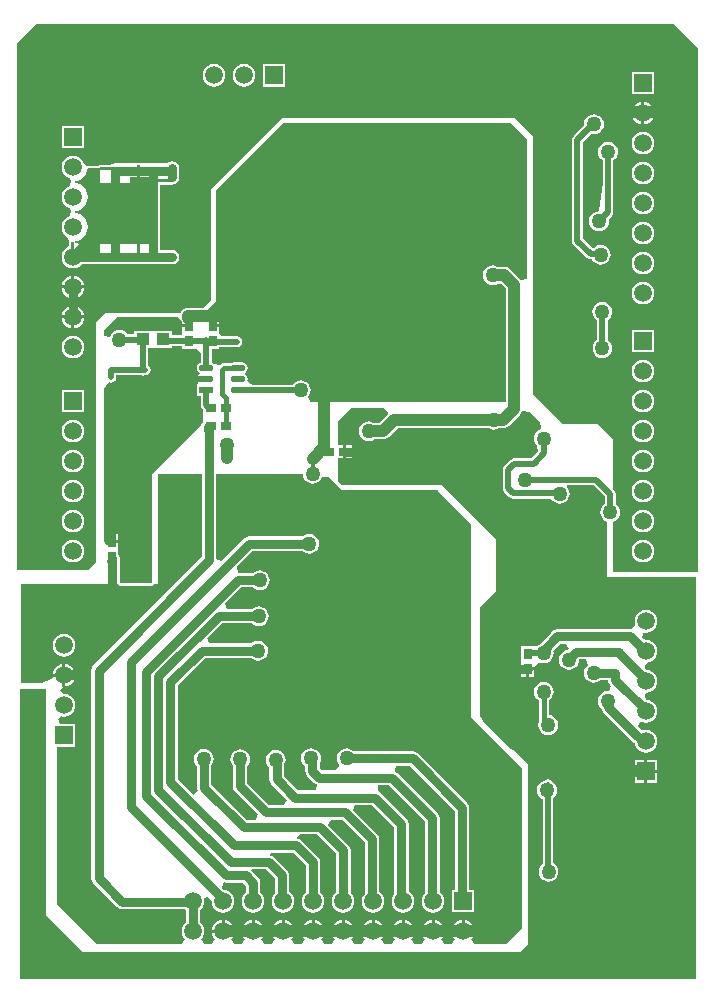
<source format=gbl>
%FSTAX43Y43*%
%MOMM*%
%SFA1B1*%

%IPPOS*%
%ADD13R,0.699999X0.899998*%
%ADD15R,1.099998X0.999998*%
%ADD18R,0.899998X0.699999*%
%ADD28C,0.499999*%
%ADD29C,0.299999*%
%ADD30C,0.799998*%
%ADD32C,0.999998*%
%ADD33C,0.399999*%
%ADD36R,1.499997X1.499997*%
%ADD37C,1.499997*%
%ADD38C,1.269997*%
%ADD39R,1.199998X0.549999*%
%ADD40O,1.199998X0.549999*%
%LNpcb1-1*%
%LPD*%
G36*
X0138032Y0139912D02*
X0139132D01*
X0139252*
X0139605Y0139558*
Y0138765*
X0139554Y0138754*
X0139397Y0138649*
X0139292Y0138492*
X0139255Y0138307*
X0139292Y0138122*
X0139397Y0137965*
X0139554Y013786*
X0139397Y0137699*
X0139292Y0137542*
X013928Y0137484*
X0140064*
Y013723*
X013928*
X0139292Y0137172*
X0139397Y0137015*
X0139264Y0136882*
Y0135932*
X0139605*
Y0135169*
X013964Y0134993*
X013974Y0134845*
X013978Y0134804*
Y0134333*
Y0133909*
Y0133716*
X0139766Y0133707*
X0139634Y0133508*
X0139615Y0133415*
X0135499Y0129299*
Y0120074*
X0132736*
Y0122235*
X0132689Y0122469*
X0132629Y0122559*
Y0122581*
Y0122709*
Y0122935*
Y0123185*
Y0123289*
Y0123458*
X0132079*
Y0123585*
X0131952*
Y0124235*
X0131778*
X0131529*
X0131424Y012434*
Y01365*
X013179Y0137048*
X013181Y0137065*
X0131978Y0137031*
X0132154Y0137066*
X0132302Y0137166*
X0132402Y0137314*
X0132437Y013749*
Y013766*
X0134563*
X0134689Y0137635*
X0134815Y013766*
X0134914*
X013509Y0137695*
X0135238Y0137795*
X0135338Y0137943*
X0135373Y0138119*
X0135338Y0138295*
X0135238Y0138443*
X0135148Y0138504*
Y0140004*
X0135434*
X0135634*
X0135788*
X0137134*
Y0140135*
X0138032*
Y0139912*
G37*
G36*
Y0142245D02*
Y0141989D01*
X0138582*
Y0141735*
X0138032*
Y0141566*
Y0141212*
Y0141053*
X0137134*
Y0141404*
X0135788*
X0135634*
X0135534*
X0135434*
X013528*
X0133934*
Y0141158*
X0133405*
X013332Y014127*
X0133145Y0141403*
X0132942Y0141488*
X0132724Y0141516*
X0132506Y0141488*
X0132303Y0141403*
X0132128Y014127*
X0131995Y0141095*
X0131914Y0140901*
X0131424Y0140999*
Y0141524*
X0132499Y0142599*
X0137678*
X0138032Y0142245*
G37*
G36*
X0167199Y0157699D02*
Y0145865D01*
X0166726Y0145704*
X0166638Y0145818*
X0165813Y0146643*
X0165667Y0146755*
X0165497Y0146826*
X0165314Y014685*
X0164766*
X0164735Y0146873*
X0164532Y0146958*
X0164314Y0146986*
X0164096Y0146958*
X0163893Y0146873*
X0163718Y014674*
X0163585Y0146565*
X01635Y0146362*
X0163472Y0146144*
X01635Y0145926*
X0163585Y0145723*
X0163718Y0145548*
X0163893Y0145415*
X0164096Y014533*
X0164314Y0145302*
X0164532Y014533*
X0164735Y0145415*
X0164766Y0145438*
X0165022*
X0165433Y0145027*
Y0135424*
X0148969*
X0148887Y0135531*
X0148718Y0135872*
X0148805Y0135986*
X014889Y0136189*
X0148918Y0136407*
X014889Y0136625*
X0148805Y0136828*
X0148672Y0137003*
X0148497Y0137136*
X0148294Y0137221*
X0148076Y0137249*
X0147858Y0137221*
X0147655Y0137136*
X014748Y0137003*
X0147376Y0136866*
X0143994*
X0143719Y013705*
X0143552Y0137252*
X0143573Y0137357*
X0143536Y0137542*
X0143431Y0137699*
X0143274Y0137804*
X0143358Y013789*
X0143431Y0137965*
X0143536Y0138122*
X0143573Y0138307*
X0143536Y0138492*
X0143431Y0138649*
X0143274Y0138754*
X0143089Y0138791*
X0142439*
X0142254Y0138754*
X0142212Y0138727*
X0141614*
X0141458Y0138696*
X0141326Y0138607*
X0141265Y0138547*
X0140767Y0138596*
X0140731Y0138649*
X0140574Y0138754*
X0140523Y0138765*
Y0139912*
X0141164*
Y014006*
X0142664*
X014284Y0140095*
X0142988Y0140195*
X0143088Y0140343*
X0143123Y0140519*
X0143088Y0140695*
X0142988Y0140843*
X014284Y0140943*
X0142664Y0140978*
X0141398*
X0141164Y0141212*
Y0141454*
Y0141566*
Y0141735*
X0140614*
Y0141862*
X0140487*
Y0142512*
X014009*
X0139899Y0142974*
X0140874Y0143949*
Y0153299*
X0146574Y0158999*
X0165899*
X0167199Y0157699*
G37*
G36*
X0148275Y0129121D02*
X014836Y0128918D01*
X0148493Y0128743*
X0148668Y012861*
X0148871Y0128525*
X0149089Y0128497*
X0149307Y0128525*
X014951Y012861*
X0149685Y0128743*
X0149818Y0128918*
X0149869Y0129041*
X0150125Y0129092*
X0150449Y0129049*
X0151574Y0127924*
X0159699*
Y0127899*
X0162524Y0125074*
Y0108674*
X0166774Y0104424*
Y0090874*
X0165424Y0089524*
X0162799*
X0162648Y0089721*
X0162524Y0089972*
X0162642Y0090126*
X0162738Y0090357*
X0162753Y0090478*
X0160871*
X0160886Y0090357*
X0160982Y0090126*
X01611Y0089972*
X0160976Y0089721*
X0160825Y0089524*
X0160259*
X0160108Y0089721*
X0159984Y0089972*
X0160102Y0090126*
X0160198Y0090357*
X0160213Y0090478*
X0158331*
X0158346Y0090357*
X0158442Y0090126*
X015856Y0089972*
X0158436Y0089721*
X0158285Y0089524*
X0157719*
X0157568Y0089721*
X0157444Y0089972*
X0157562Y0090126*
X0157658Y0090357*
X0157673Y0090478*
X0155791*
X0155806Y0090357*
X0155902Y0090126*
X015602Y0089972*
X0155896Y0089721*
X0155745Y0089524*
X0155179*
X0155028Y0089721*
X0154904Y0089972*
X0155022Y0090126*
X0155118Y0090357*
X0155133Y0090478*
X0153251*
X0153266Y0090357*
X0153362Y0090126*
X015348Y0089972*
X0153356Y0089721*
X0153205Y0089524*
X0152639*
X0152488Y0089721*
X0152364Y0089972*
X0152482Y0090126*
X0152578Y0090357*
X0152593Y0090478*
X0150711*
X0150726Y0090357*
X0150822Y0090126*
X015094Y0089972*
X0150816Y0089721*
X0150665Y0089524*
X0150099*
X0149948Y0089721*
X0149824Y0089972*
X0149942Y0090126*
X0150038Y0090357*
X0150053Y0090478*
X0148171*
X0148186Y0090357*
X0148282Y0090126*
X01484Y0089972*
X0148276Y0089721*
X0148125Y0089524*
X0147559*
X0147408Y0089721*
X0147284Y0089972*
X0147402Y0090126*
X0147498Y0090357*
X0147513Y0090478*
X0145631*
X0145646Y0090357*
X0145742Y0090126*
X014586Y0089972*
X0145736Y0089721*
X0145585Y0089524*
X0145019*
X0144868Y0089721*
X0144744Y0089972*
X0144862Y0090126*
X0144958Y0090357*
X0144973Y0090478*
X0143091*
X0143106Y0090357*
X0143202Y0090126*
X014332Y0089972*
X0143196Y0089721*
X0143045Y0089524*
X0142479*
X0142328Y0089721*
X0142204Y0089972*
X0142322Y0090126*
X0142418Y0090357*
X0142433Y0090478*
X0140551*
X0140566Y0090357*
X0140662Y0090126*
X014078Y0089972*
X0140656Y0089721*
X0140505Y0089524*
X0139939*
X0139788Y0089721*
X0139664Y0089972*
X0139782Y0090126*
X0139878Y0090357*
X013991Y0090605*
X0139878Y0090853*
X0139782Y0091084*
X013963Y0091283*
X0139561Y0091335*
Y0092415*
X013963Y0092467*
X0139782Y0092666*
X0139878Y0092897*
X013991Y0093145*
X0139879Y0093385*
X0139991Y009344*
X0140144Y0093503*
X0140541Y0093199*
X0140534Y0093145*
X0140566Y0092897*
X0140662Y0092666*
X0140814Y0092467*
X0141013Y0092315*
X0141244Y0092219*
X0141492Y0092187*
X014174Y0092219*
X0141971Y0092315*
X014217Y0092467*
X0142322Y0092666*
X0142418Y0092897*
X014245Y0093145*
X0142418Y0093393*
X0142322Y0093624*
X014217Y0093823*
X0141971Y0093975*
X014174Y0094071*
X014157Y0094093*
X0141368Y0094295*
X0141604Y0094736*
X0141724Y0094712*
X0143196*
X0143437Y0094471*
Y0093886*
X0143354Y0093823*
X0143202Y0093624*
X0143106Y0093393*
X0143074Y0093145*
X0143106Y0092897*
X0143202Y0092666*
X0143354Y0092467*
X0143553Y0092315*
X0143784Y0092219*
X0144032Y0092187*
X014428Y0092219*
X0144511Y0092315*
X014471Y0092467*
X0144862Y0092666*
X0144958Y0092897*
X014499Y0093145*
X0144958Y0093393*
X0144862Y0093624*
X014471Y0093823*
X0144661Y009386*
Y0094724*
X0144614Y0094958*
X0144482Y0095157*
X0143882Y0095757*
X0143906Y0095837*
X0145121*
X0145887Y0095071*
Y0093813*
X0145742Y0093624*
X0145646Y0093393*
X0145614Y0093145*
X0145646Y0092897*
X0145742Y0092666*
X0145894Y0092467*
X0146093Y0092315*
X0146324Y0092219*
X0146572Y0092187*
X014682Y0092219*
X0147051Y0092315*
X014725Y0092467*
X0147402Y0092666*
X0147498Y0092897*
X014753Y0093145*
X0147498Y0093393*
X0147402Y0093624*
X014725Y0093823*
X0147111Y0093929*
Y0095324*
X0147064Y0095558*
X0147011Y0095638*
X0146932Y0095757*
X0145807Y0096882*
X0145608Y0097014*
X0145374Y0097061*
X0145576Y0097262*
X0147446*
X0148487Y0096221*
Y0093863*
X0148434Y0093823*
X0148282Y0093624*
X0148186Y0093393*
X0148154Y0093145*
X0148186Y0092897*
X0148282Y0092666*
X0148434Y0092467*
X0148633Y0092315*
X0148864Y0092219*
X0149112Y0092187*
X014936Y0092219*
X0149591Y0092315*
X014979Y0092467*
X0149942Y0092666*
X0150038Y0092897*
X015007Y0093145*
X0150038Y0093393*
X0149942Y0093624*
X014979Y0093823*
X0149711Y0093883*
Y0096474*
X0149664Y0096708*
X0149611Y0096788*
X0149532Y0096907*
X0148132Y0098307*
X0147933Y0098439*
X0147699Y0098486*
X0148025Y0098812*
X0149471*
X0151062Y0097221*
Y009389*
X0150974Y0093823*
X0150822Y0093624*
X0150726Y0093393*
X0150694Y0093145*
X0150726Y0092897*
X0150822Y0092666*
X0150974Y0092467*
X0151173Y0092315*
X0151404Y0092219*
X0151652Y0092187*
X01519Y0092219*
X0152131Y0092315*
X015233Y0092467*
X0152482Y0092666*
X0152578Y0092897*
X015261Y0093145*
X0152578Y0093393*
X0152482Y0093624*
X015233Y0093823*
X0152286Y0093856*
Y0097474*
X0152239Y0097708*
X0152107Y0097907*
X0150413Y00996*
X0150604Y0100062*
X0151546*
X0153487Y0098121*
Y0093787*
X0153362Y0093624*
X0153266Y0093393*
X0153234Y0093145*
X0153266Y0092897*
X0153362Y0092666*
X0153514Y0092467*
X0153713Y0092315*
X0153944Y0092219*
X0154192Y0092187*
X015444Y0092219*
X0154671Y0092315*
X015487Y0092467*
X0155022Y0092666*
X0155118Y0092897*
X015515Y0093145*
X0155118Y0093393*
X0155022Y0093624*
X015487Y0093823*
X0154711Y0093944*
Y0098374*
X0154664Y0098608*
X0154532Y0098807*
X0152488Y010085*
X0152679Y0101312*
X0154096*
X0155987Y0099421*
Y0093735*
X0155902Y0093624*
X0155806Y0093393*
X0155774Y0093145*
X0155806Y0092897*
X0155902Y0092666*
X0156054Y0092467*
X0156253Y0092315*
X0156484Y0092219*
X0156732Y0092187*
X015698Y0092219*
X0157211Y0092315*
X015741Y0092467*
X0157562Y0092666*
X0157658Y0092897*
X015769Y0093145*
X0157658Y0093393*
X0157562Y0093624*
X015741Y0093823*
X0157211Y0093975*
Y0099674*
X0157164Y0099908*
X0157032Y0100107*
X0154782Y0102357*
X0154583Y0102489*
X0154581Y010249*
X015463Y0102987*
X0155521*
X0158612Y0099896*
Y0093836*
X0158594Y0093823*
X0158442Y0093624*
X0158346Y0093393*
X0158314Y0093145*
X0158346Y0092897*
X0158442Y0092666*
X0158594Y0092467*
X0158793Y0092315*
X0159024Y0092219*
X0159272Y0092187*
X015952Y0092219*
X0159751Y0092315*
X015995Y0092467*
X0160102Y0092666*
X0160198Y0092897*
X016023Y0093145*
X0160198Y0093393*
X0160102Y0093624*
X015995Y0093823*
X0159836Y009391*
Y0100149*
X0159789Y0100383*
X0159657Y0100582*
X0156207Y0104032*
X0156031Y0104149*
X0156176Y0104627*
X0157281*
X0161112Y0100796*
Y0094095*
X0160862*
Y0092195*
X0162762*
Y0094095*
X0162336*
Y0101049*
X0162289Y0101283*
X0162157Y0101482*
X0157967Y0105672*
X0157768Y0105804*
X0157534Y0105851*
X0152528*
X0152375Y0105968*
X0152172Y0106052*
X0151954Y0106081*
X0151736Y0106052*
X0151533Y0105968*
X0151358Y0105835*
X0151225Y010566*
X015114Y0105457*
X0151112Y0105239*
X015114Y0105021*
X0151225Y0104818*
X0151346Y0104659*
X0151303Y0104571*
X0151026Y0104211*
X0149902*
X0149661Y0104452*
Y0104824*
X0149743Y0105021*
X0149771Y0105239*
X0149743Y0105457*
X0149658Y010566*
X0149525Y0105835*
X014935Y0105968*
X0149147Y0106052*
X0148929Y0106081*
X0148711Y0106052*
X0148508Y0105968*
X0148333Y0105835*
X01482Y010566*
X0148115Y0105457*
X0148087Y0105239*
X0148115Y0105021*
X01482Y0104818*
X0148333Y0104643*
X0148437Y0104564*
Y0104199*
X0148484Y0103965*
X0148616Y0103766*
X0149216Y0103166*
X0149415Y0103034*
X0149417Y0103033*
X0149368Y0102536*
X0147827*
X0146636Y0103727*
Y0104639*
X0146688Y0104708*
X0146773Y0104911*
X0146801Y0105129*
X0146773Y0105347*
X0146688Y010555*
X0146555Y0105725*
X014638Y0105858*
X0146177Y0105942*
X0145959Y0105971*
X0145741Y0105942*
X0145538Y0105858*
X0145363Y0105725*
X014523Y010555*
X0145145Y0105347*
X0145117Y0105129*
X0145145Y0104911*
X014523Y0104708*
X0145363Y0104533*
X0145412Y0104496*
Y0103474*
X0145459Y010324*
X0145591Y0103041*
X0146885Y0101748*
X0146694Y0101286*
X0145377*
X0143536Y0103127*
Y0104544*
X0143555Y0104558*
X0143688Y0104733*
X0143773Y0104936*
X0143801Y0105154*
X0143773Y0105372*
X0143688Y0105575*
X0143555Y010575*
X014338Y0105883*
X0143177Y0105967*
X0142959Y0105996*
X0142741Y0105967*
X0142538Y0105883*
X0142363Y010575*
X014223Y0105575*
X0142145Y0105372*
X0142117Y0105154*
X0142145Y0104936*
X014223Y0104733*
X0142312Y0104625*
Y0102874*
X0142359Y010264*
X0142491Y0102441*
X0144435Y0100498*
X0144244Y0100036*
X0143477*
X0140511Y0103002*
Y0104657*
X0140588Y0104758*
X0140673Y0104961*
X0140701Y0105179*
X0140673Y0105397*
X0140588Y01056*
X0140455Y0105775*
X014028Y0105908*
X0140077Y0105992*
X0139859Y0106021*
X0139641Y0105992*
X0139438Y0105908*
X0139263Y0105775*
X013913Y01056*
X0139045Y0105397*
X0139017Y0105179*
X0139045Y0104961*
X013913Y0104758*
X0139263Y0104583*
X0139287Y0104565*
Y0102749*
X0139334Y0102515*
X0139348Y0102494*
X0138961Y0102177*
X0137636Y0103502*
Y0111421*
X0139967Y0113752*
X014388*
X0144033Y0113635*
X0144236Y011355*
X0144454Y0113522*
X0144672Y011355*
X0144875Y0113635*
X014505Y0113768*
X0145183Y0113943*
X0145267Y0114146*
X0145296Y0114364*
X0145267Y0114582*
X0145183Y0114785*
X014505Y011496*
X0144875Y0115093*
X0144672Y0115177*
X0144454Y0115206*
X0144236Y0115177*
X0144033Y0115093*
X014388Y0114976*
X0140344*
X0140153Y0115438*
X0141381Y0116666*
X0143941*
X0144094Y0116549*
X0144297Y0116464*
X0144515Y0116436*
X0144733Y0116464*
X0144936Y0116549*
X0145111Y0116682*
X0145244Y0116857*
X0145328Y011706*
X0145357Y0117278*
X0145328Y0117496*
X0145244Y0117699*
X0145111Y0117874*
X0144936Y0118007*
X0144733Y0118091*
X0144515Y011812*
X0144297Y0118091*
X0144094Y0118007*
X0143941Y011789*
X0141833*
X0141642Y0118352*
X0143002Y0119712*
X0144019*
X014417Y0119597*
X0144373Y0119512*
X0144591Y0119484*
X0144809Y0119512*
X0145012Y0119597*
X0145187Y011973*
X014532Y0119905*
X0145405Y0120108*
X0145433Y0120326*
X0145405Y0120544*
X014532Y0120747*
X0145187Y0120922*
X0145012Y0121055*
X0144809Y012114*
X0144591Y0121168*
X0144373Y012114*
X014417Y0121055*
X0144014Y0120936*
X0142754*
X0142744Y012096*
X0142641Y0121476*
X0143977Y0122812*
X0148225*
X0148378Y0122695*
X0148581Y012261*
X0148799Y0122582*
X0149017Y012261*
X014922Y0122695*
X0149395Y0122828*
X0149528Y0123003*
X0149613Y0123206*
X0149641Y0123424*
X0149613Y0123642*
X0149528Y0123845*
X0149395Y012402*
X014922Y0124153*
X0149017Y0124238*
X0148799Y0124266*
X0148581Y0124238*
X0148378Y0124153*
X0148225Y0124036*
X0143724*
X014349Y0123989*
X0143291Y0123857*
X0141398Y0121963*
X0140936Y0122154*
Y0129299*
X0148252*
X0148275Y0129121*
G37*
G36*
X0181724Y0165399D02*
Y0120999D01*
X0174499*
Y0125263*
X0174685Y012534*
X017486Y0125473*
X0174993Y0125648*
X0175078Y0125851*
X0175106Y0126069*
X0175078Y0126287*
X0174993Y012649*
X017486Y0126665*
X0174723Y0126769*
Y0127619*
X0174688Y0127795*
X0174588Y0127943*
X0174499Y0128033*
Y0132299*
X0173274Y0133524*
X0170249*
X0167749Y0136024*
Y0157924*
X0166199Y0159474*
X0146524*
X0140449Y0153399*
Y0144024*
X0139825Y01434*
X0138539*
X0138356Y0143376*
X0138186Y0143305*
X013804Y0143193*
X0137928Y0143047*
X0137897Y0142974*
X0131574*
X0130749Y0142149*
Y0121799*
X0130099Y0121149*
X0124049*
Y0165799*
X0125699Y0167449*
X0179674*
X0181724Y0165399*
G37*
G36*
X0139712Y0122302D02*
X0130516Y0113107D01*
X0130384Y0112908*
X0130337Y0112674*
Y0095099*
X0130384Y0094865*
X0130516Y0094666*
X0132541Y0092641*
X013274Y0092509*
X0132974Y0092462*
X0138281*
X0138337Y0092419*
Y0091331*
X0138274Y0091283*
X0138122Y0091084*
X0138026Y0090853*
X0137994Y0090605*
X0138026Y0090357*
X0138122Y0090126*
X013824Y0089972*
X0138116Y0089721*
X0137965Y0089524*
X0130749*
X0127399Y0092874*
Y0106237*
X0128965*
Y0108137*
X0127728*
X0127552Y0108605*
X0127775Y01088*
X0128015Y0108769*
X0128263Y0108801*
X0128494Y0108897*
X0128693Y0109049*
X0128845Y0109248*
X0128941Y0109479*
X0128973Y0109727*
X0128941Y0109975*
X0128845Y0110206*
X0128693Y0110405*
X0128494Y0110557*
X0128263Y0110653*
X0128015Y0110685*
X0127961Y0110678*
X0127716Y0110997*
X0127961Y0111316*
X0127888Y0111325*
Y011214*
X0127074*
X0127089Y0112025*
X012708Y0112015*
X0126196Y0111649*
X0124374*
Y0119949*
X0124376Y0119974*
X0132562*
X0132592Y011993*
X0132658Y0119886*
X0132736Y011987*
X0135499*
X0135577Y0119886*
X0135643Y011993*
X0135673Y0119974*
X0135974*
Y0129299*
X0139712*
Y0122302*
G37*
G36*
X0155471Y0134443D02*
X0155484Y0134412D01*
X0154722Y013365*
X0154266*
X0154235Y0133673*
X0154032Y0133758*
X0153814Y0133786*
X0153596Y0133758*
X0153393Y0133673*
X0153218Y013354*
X0153085Y0133365*
X0153Y0133162*
X0152972Y0132944*
X0153Y0132726*
X0153085Y0132523*
X0153218Y0132348*
X0153393Y0132215*
X0153596Y013213*
X0153814Y0132102*
X0154032Y013213*
X0154235Y0132215*
X0154266Y0132238*
X0155014*
X0155197Y0132262*
X0155367Y0132333*
X0155513Y0132445*
X0156281Y0133213*
X0163962*
X0163993Y013319*
X0164196Y0133105*
X0164414Y0133077*
X0164632Y0133105*
X0164835Y013319*
X0164866Y0133213*
X0165214*
X0165397Y0133237*
X0165567Y0133308*
X0165713Y013342*
X0166638Y0134345*
X016675Y0134491*
X0166821Y0134661*
X0167501Y0134572*
X0168342Y0133731*
X0168403Y0133267*
X0168373Y0133112*
X0168218Y0133048*
X0168043Y0132915*
X016791Y013274*
X0167825Y0132537*
X0167797Y0132319*
X0167825Y0132101*
X016791Y0131898*
X0168043Y0131723*
X0168097Y0131682*
X016813Y0131184*
X0167599Y0130653*
X0166164*
X0165988Y0130618*
X016584Y0130518*
X0165315Y0129993*
X0165215Y0129845*
X016518Y0129669*
Y0128119*
X0165215Y0127943*
X0165315Y0127795*
X016574Y012737*
X0165888Y012727*
X0166064Y0127235*
X0169255*
X016926Y0127223*
X0169393Y0127048*
X0169568Y0126915*
X0169771Y012683*
X0169989Y0126802*
X0170207Y012683*
X017041Y0126915*
X0170585Y0127048*
X0170718Y0127223*
X0170803Y0127426*
X0170831Y0127644*
X0170803Y0127862*
X0170718Y0128065*
X0170585Y012824*
X0170625Y012836*
X0172874*
X0173805Y0127429*
Y0126769*
X0173668Y0126665*
X0173535Y012649*
X017345Y0126287*
X0173422Y0126069*
X017345Y0125851*
X0173535Y0125648*
X0173668Y0125473*
X0173843Y012534*
X0173974Y0125285*
Y0120599*
X0181574*
Y0086549*
X0124299*
Y0111074*
X0126524*
Y0091949*
X0129649Y0088824*
X0166624*
X0167349Y0089549*
Y0104724*
X0163224Y0108849*
Y0117999*
X0164624Y0119399*
Y0123749*
X0159999Y0128374*
X0151588*
X0151244Y0128737*
X0151249Y0128824*
Y0130648*
X0151643*
Y0131198*
Y0131748*
X0151249*
Y0133774*
X0152349Y0134874*
X015514*
X0155471Y0134443*
G37*
%LNpcb1-2*%
%LPC*%
G36*
X0128015Y0115765D02*
X0127767Y0115733D01*
X0127536Y0115637*
X0127337Y0115485*
X0127185Y0115286*
X0127089Y0115055*
X0127057Y0114807*
X0127089Y0114559*
X0127185Y0114328*
X0127337Y0114129*
X0127536Y0113977*
X0127767Y0113881*
X0128015Y0113849*
X0128263Y0113881*
X0128494Y0113977*
X0128693Y0114129*
X0128845Y0114328*
X0128941Y0114559*
X0128973Y0114807*
X0128941Y0115055*
X0128845Y0115286*
X0128693Y0115485*
X0128494Y0115637*
X0128263Y0115733*
X0128015Y0115765*
G37*
G36*
X0177291Y0117797D02*
X0177043Y0117765D01*
X0176812Y0117669*
X0176613Y0117517*
X0176461Y0117318*
X0176365Y0117087*
X0176333Y0116839*
X0176365Y0116591*
X0176383Y0116549*
X0176066Y0116163*
X0175949Y0116186*
X0169749*
X0169515Y0116139*
X0169316Y0116007*
X0169226Y0115871*
X0168206Y0114852*
X016819Y0114827*
X0168043Y0114715*
X0167849Y0114763*
X0166749*
Y0113817*
Y0113463*
Y011294*
X0167849*
Y0112909*
X0168138Y0113286*
X0168265Y011337*
X0168421Y0113305*
X0168639Y0113277*
X0168857Y0113305*
X016906Y011339*
X0169235Y0113523*
X0169368Y0113698*
X0169453Y0113901*
X0169481Y0114119*
X0169453Y0114337*
X0169444Y0114358*
X0170047Y0114962*
X0170564*
X0170755Y01145*
X0170569Y0114406*
X0170366Y0114322*
X0170192Y0114188*
X0170058Y0114014*
X0169974Y011381*
X0169945Y0113592*
X0169974Y0113375*
X0170058Y0113171*
X0170192Y0112997*
X0170366Y0112863*
X0170569Y0112779*
X0170787Y011275*
X0171005Y0112779*
X0171209Y0112863*
X0171383Y0112997*
X0171517Y0113171*
X0171601Y0113375*
X017163Y0113592*
X0171624Y0113638*
X0171642Y0113657*
X0172256*
X0172416Y0113184*
X0172293Y011309*
X017216Y0112915*
X0172075Y0112712*
X0172047Y0112494*
X0172075Y0112276*
X017216Y0112073*
X0172293Y0111898*
X0172468Y0111765*
X0172671Y011168*
X0172889Y0111652*
X0173107Y011168*
X017331Y0111765*
X0173463Y0111882*
X0174083*
X0174124Y0111675*
X0174256Y0111476*
X0174354Y0111379*
X0174133Y011093*
X0174089Y0110936*
X0173871Y0110908*
X0173668Y0110823*
X0173493Y011069*
X017336Y0110515*
X0173275Y0110312*
X0173247Y0110094*
X0173275Y0109876*
X017336Y0109673*
X0173493Y0109498*
X0173506Y0109489*
X0173534Y010935*
X0173666Y0109151*
X0176114Y0106703*
X0176313Y0106571*
X0176348Y0106564*
X0176365Y0106431*
X0176461Y01062*
X0176613Y0106001*
X0176812Y0105849*
X0177043Y0105753*
X0177291Y0105721*
X0177539Y0105753*
X017777Y0105849*
X0177969Y0106001*
X0178121Y01062*
X0178217Y0106431*
X0178249Y0106679*
X0178217Y0106927*
X0178121Y0107158*
X0177969Y0107357*
X017777Y0107509*
X0177539Y0107605*
X0177291Y0107637*
X0177043Y0107605*
X0176973Y0107575*
X0176603Y0107945*
X0176881Y010836*
X0177043Y0108293*
X0177291Y0108261*
X0177539Y0108293*
X017777Y0108389*
X0177969Y0108541*
X0178121Y010874*
X0178217Y0108971*
X0178249Y0109219*
X0178217Y0109467*
X0178121Y0109698*
X0177969Y0109897*
X017777Y0110049*
X0177539Y0110145*
X0177291Y0110177*
X017725Y0110489*
X0177288Y0110778*
X0177296Y0110801*
X0177539Y0110833*
X017777Y0110929*
X0177969Y0111081*
X0178121Y011128*
X0178217Y0111511*
X0178249Y0111759*
X0178217Y0112007*
X0178121Y0112238*
X0177969Y0112437*
X017777Y0112589*
X0177539Y0112685*
X0177354Y0112709*
X0177225Y0112838*
X0177256Y0113075*
X0177349Y0113348*
X0177539Y0113373*
X017777Y0113469*
X0177969Y0113621*
X0178121Y011382*
X0178217Y0114051*
X0178249Y0114299*
X0178217Y0114547*
X0178121Y0114778*
X0177969Y0114977*
X017777Y0115129*
X0177539Y0115225*
X0177291Y0115257*
X0176938Y011545*
X017716Y0115898*
X0177291Y0115881*
X0177539Y0115913*
X017777Y0116009*
X0177969Y0116161*
X0178121Y011636*
X0178217Y0116591*
X0178249Y0116839*
X0178217Y0117087*
X0178121Y0117318*
X0177969Y0117517*
X017777Y0117669*
X0177539Y0117765*
X0177291Y0117797*
G37*
G36*
X0143905Y0091546D02*
X0143784Y0091531D01*
X0143553Y0091435*
X0143354Y0091283*
X0143202Y0091084*
X0143106Y0090853*
X0143091Y0090732*
X0143905*
Y0091546*
G37*
G36*
X0144159D02*
Y0090732D01*
X0144973*
X0144958Y0090853*
X0144862Y0091084*
X014471Y0091283*
X0144511Y0091435*
X014428Y0091531*
X0144159Y0091546*
G37*
G36*
X0167172Y0112686D02*
X0166749D01*
Y0112163*
X0167172*
Y0112686*
G37*
G36*
X0128956Y011214D02*
X0128142D01*
Y0111326*
X0128263Y0111341*
X0128494Y0111437*
X0128693Y0111589*
X0128845Y0111788*
X0128941Y0112019*
X0128956Y011214*
G37*
G36*
X0167849Y0112686D02*
X0167426D01*
Y0112163*
X0167849*
Y0112686*
G37*
G36*
X0128142Y0113208D02*
Y0112394D01*
X0128956*
X0128941Y0112515*
X0128845Y0112746*
X0128693Y0112945*
X0128494Y0113097*
X0128263Y0113193*
X0128142Y0113208*
G37*
G36*
X0127888D02*
X0127767Y0113193D01*
X0127536Y0113097*
X0127337Y0112945*
X0127185Y0112746*
X0127089Y0112515*
X0127074Y0112394*
X0127888*
Y0113208*
G37*
G36*
X0141619Y0091546D02*
Y0090732D01*
X0142433*
X0142418Y0090853*
X0142322Y0091084*
X014217Y0091283*
X0141971Y0091435*
X014174Y0091531*
X0141619Y0091546*
G37*
G36*
X0128783Y0128837D02*
X0128535Y0128805D01*
X0128304Y0128709*
X0128105Y0128557*
X0127953Y0128358*
X0127857Y0128127*
X0127825Y0127879*
X0127857Y0127631*
X0127953Y01274*
X0128105Y0127201*
X0128304Y0127049*
X0128535Y0126953*
X0128783Y0126921*
X0129031Y0126953*
X0129262Y0127049*
X0129461Y0127201*
X0129613Y01274*
X0129709Y0127631*
X0129741Y0127879*
X0129709Y0128127*
X0129613Y0128358*
X0129461Y0128557*
X0129262Y0128709*
X0129031Y0128805*
X0128783Y0128837*
G37*
G36*
X0177043Y0126297D02*
X0176795Y0126265D01*
X0176564Y0126169*
X0176365Y0126017*
X0176213Y0125818*
X0176117Y0125587*
X0176085Y0125339*
X0176117Y0125091*
X0176213Y012486*
X0176365Y0124661*
X0176564Y0124509*
X0176795Y0124413*
X0177043Y0124381*
X0177291Y0124413*
X0177522Y0124509*
X0177721Y0124661*
X0177873Y012486*
X0177969Y0125091*
X0178001Y0125339*
X0177969Y0125587*
X0177873Y0125818*
X0177721Y0126017*
X0177522Y0126169*
X0177291Y0126265*
X0177043Y0126297*
G37*
G36*
X0128783Y0131377D02*
X0128535Y0131345D01*
X0128304Y0131249*
X0128105Y0131097*
X0127953Y0130898*
X0127857Y0130667*
X0127825Y0130419*
X0127857Y0130171*
X0127953Y012994*
X0128105Y0129741*
X0128304Y0129589*
X0128535Y0129493*
X0128783Y0129461*
X0129031Y0129493*
X0129262Y0129589*
X0129461Y0129741*
X0129613Y012994*
X0129709Y0130171*
X0129741Y0130419*
X0129709Y0130667*
X0129613Y0130898*
X0129461Y0131097*
X0129262Y0131249*
X0129031Y0131345*
X0128783Y0131377*
G37*
G36*
X0177043Y0128837D02*
X0176795Y0128805D01*
X0176564Y0128709*
X0176365Y0128557*
X0176213Y0128358*
X0176117Y0128127*
X0176085Y0127879*
X0176117Y0127631*
X0176213Y01274*
X0176365Y0127201*
X0176564Y0127049*
X0176795Y0126953*
X0177043Y0126921*
X0177291Y0126953*
X0177522Y0127049*
X0177721Y0127201*
X0177873Y01274*
X0177969Y0127631*
X0178001Y0127879*
X0177969Y0128127*
X0177873Y0128358*
X0177721Y0128557*
X0177522Y0128709*
X0177291Y0128805*
X0177043Y0128837*
G37*
G36*
X0128783Y0126297D02*
X0128535Y0126265D01*
X0128304Y0126169*
X0128105Y0126017*
X0127953Y0125818*
X0127857Y0125587*
X0127825Y0125339*
X0127857Y0125091*
X0127953Y012486*
X0128105Y0124661*
X0128304Y0124509*
X0128535Y0124413*
X0128783Y0124381*
X0129031Y0124413*
X0129262Y0124509*
X0129461Y0124661*
X0129613Y012486*
X0129709Y0125091*
X0129741Y0125339*
X0129709Y0125587*
X0129613Y0125818*
X0129461Y0126017*
X0129262Y0126169*
X0129031Y0126265*
X0128783Y0126297*
G37*
G36*
Y0123757D02*
X0128535Y0123725D01*
X0128304Y0123629*
X0128105Y0123477*
X0127953Y0123278*
X0127857Y0123047*
X0127825Y0122799*
X0127857Y0122551*
X0127953Y012232*
X0128105Y0122121*
X0128304Y0121969*
X0128535Y0121873*
X0128783Y0121841*
X0129031Y0121873*
X0129262Y0121969*
X0129461Y0122121*
X0129613Y012232*
X0129709Y0122551*
X0129741Y0122799*
X0129709Y0123047*
X0129613Y0123278*
X0129461Y0123477*
X0129262Y0123629*
X0129031Y0123725*
X0128783Y0123757*
G37*
G36*
X0141365Y0091546D02*
X0141244Y0091531D01*
X0141013Y0091435*
X0140814Y0091283*
X0140662Y0091084*
X0140566Y0090853*
X0140551Y0090732*
X0141365*
Y0091546*
G37*
G36*
X0132629Y0124235D02*
X0132206D01*
Y0123712*
X0132629*
Y0124235*
G37*
G36*
X0177043Y0123757D02*
X0176795Y0123725D01*
X0176564Y0123629*
X0176365Y0123477*
X0176213Y0123278*
X0176117Y0123047*
X0176085Y0122799*
X0176117Y0122551*
X0176213Y012232*
X0176365Y0122121*
X0176564Y0121969*
X0176795Y0121873*
X0177043Y0121841*
X0177291Y0121873*
X0177522Y0121969*
X0177721Y0122121*
X0177873Y012232*
X0177969Y0122551*
X0178001Y0122799*
X0177969Y0123047*
X0177873Y0123278*
X0177721Y0123477*
X0177522Y0123629*
X0177291Y0123725*
X0177043Y0123757*
G37*
G36*
X0154319Y0091546D02*
Y0090732D01*
X0155133*
X0155118Y0090853*
X0155022Y0091084*
X015487Y0091283*
X0154671Y0091435*
X015444Y0091531*
X0154319Y0091546*
G37*
G36*
X0154065D02*
X0153944Y0091531D01*
X0153713Y0091435*
X0153514Y0091283*
X0153362Y0091084*
X0153266Y0090853*
X0153251Y0090732*
X0154065*
Y0091546*
G37*
G36*
X0156605D02*
X0156484Y0091531D01*
X0156253Y0091435*
X0156054Y0091283*
X0155902Y0091084*
X0155806Y0090853*
X0155791Y0090732*
X0156605*
Y0091546*
G37*
G36*
X0159145D02*
X0159024Y0091531D01*
X0158793Y0091435*
X0158594Y0091283*
X0158442Y0091084*
X0158346Y0090853*
X0158331Y0090732*
X0159145*
Y0091546*
G37*
G36*
X0156859D02*
Y0090732D01*
X0157673*
X0157658Y0090853*
X0157562Y0091084*
X015741Y0091283*
X0157211Y0091435*
X015698Y0091531*
X0156859Y0091546*
G37*
G36*
X0148985D02*
X0148864Y0091531D01*
X0148633Y0091435*
X0148434Y0091283*
X0148282Y0091084*
X0148186Y0090853*
X0148171Y0090732*
X0148985*
Y0091546*
G37*
G36*
X0146699D02*
Y0090732D01*
X0147513*
X0147498Y0090853*
X0147402Y0091084*
X014725Y0091283*
X0147051Y0091435*
X014682Y0091531*
X0146699Y0091546*
G37*
G36*
X0149239D02*
Y0090732D01*
X0150053*
X0150038Y0090853*
X0149942Y0091084*
X014979Y0091283*
X0149591Y0091435*
X014936Y0091531*
X0149239Y0091546*
G37*
G36*
X0151779D02*
Y0090732D01*
X0152593*
X0152578Y0090853*
X0152482Y0091084*
X015233Y0091283*
X0152131Y0091435*
X01519Y0091531*
X0151779Y0091546*
G37*
G36*
X0151525D02*
X0151404Y0091531D01*
X0151173Y0091435*
X0150974Y0091283*
X0150822Y0091084*
X0150726Y0090853*
X0150711Y0090732*
X0151525*
Y0091546*
G37*
G36*
X0146445D02*
X0146324Y0091531D01*
X0146093Y0091435*
X0145894Y0091283*
X0145742Y0091084*
X0145646Y0090853*
X0145631Y0090732*
X0146445*
Y0091546*
G37*
G36*
X0178241Y0104012D02*
X0177418D01*
Y0103189*
X0178241*
Y0104012*
G37*
G36*
X0177164Y0105089D02*
X0176341D01*
Y0104266*
X0177164*
Y0105089*
G37*
G36*
X0168639Y0111711D02*
X0168421Y0111683D01*
X0168218Y0111598*
X0168043Y0111465*
X016791Y011129*
X0167825Y0111087*
X0167797Y0110869*
X0167825Y0110651*
X016791Y0110448*
X0168043Y0110273*
X0168218Y011014*
X0168231Y0110134*
Y0108444*
X0168242Y0108388*
X01682Y0108287*
X0168172Y0108069*
X01682Y0107851*
X0168285Y0107648*
X0168418Y0107473*
X0168593Y010734*
X0168796Y0107255*
X0169014Y0107227*
X0169232Y0107255*
X0169435Y010734*
X016961Y0107473*
X0169743Y0107648*
X0169828Y0107851*
X0169856Y0108069*
X0169828Y0108287*
X0169743Y010849*
X016961Y0108665*
X0169435Y0108798*
X0169232Y0108883*
X0169047Y0108907*
Y0110134*
X016906Y011014*
X0169235Y0110273*
X0169368Y0110448*
X0169453Y0110651*
X0169481Y0110869*
X0169453Y0111087*
X0169368Y011129*
X0169235Y0111465*
X016906Y0111598*
X0168857Y0111683*
X0168639Y0111711*
G37*
G36*
X0178241Y0105089D02*
X0177418D01*
Y0104266*
X0178241*
Y0105089*
G37*
G36*
X0161685Y0091546D02*
X0161564Y0091531D01*
X0161333Y0091435*
X0161134Y0091283*
X0160982Y0091084*
X0160886Y0090853*
X0160871Y0090732*
X0161685*
Y0091546*
G37*
G36*
X0159399D02*
Y0090732D01*
X0160213*
X0160198Y0090853*
X0160102Y0091084*
X015995Y0091283*
X0159751Y0091435*
X015952Y0091531*
X0159399Y0091546*
G37*
G36*
X0161939D02*
Y0090732D01*
X0162753*
X0162738Y0090853*
X0162642Y0091084*
X016249Y0091283*
X0162291Y0091435*
X016206Y0091531*
X0161939Y0091546*
G37*
G36*
X0177164Y0104012D02*
X0176341D01*
Y0103189*
X0177164*
Y0104012*
G37*
G36*
X0168999Y0103458D02*
X0168823Y0103423D01*
X016874Y0103367*
X0168706Y0103363*
X0168503Y0103278*
X0168328Y0103145*
X0168195Y010297*
X016811Y0102767*
X0168082Y0102549*
X016811Y0102331*
X0168195Y0102128*
X0168328Y0101953*
X0168503Y010182*
X016854Y0101804*
Y0096311*
X0168453Y0096245*
X016832Y009607*
X0168235Y0095867*
X0168207Y0095649*
X0168235Y0095431*
X016832Y0095228*
X0168453Y0095053*
X0168628Y009492*
X0168831Y0094835*
X0169049Y0094807*
X0169267Y0094835*
X016947Y009492*
X0169645Y0095053*
X0169778Y0095228*
X0169863Y0095431*
X0169891Y0095649*
X0169863Y0095867*
X0169778Y009607*
X0169645Y0096245*
X016947Y0096378*
X0169458Y0096383*
Y0101906*
X016952Y0101953*
X0169653Y0102128*
X0169738Y0102331*
X0169766Y0102549*
X0169738Y0102767*
X0169653Y010297*
X016952Y0103145*
X0169362Y0103265*
X0169323Y0103323*
X0169175Y0103423*
X0168999Y0103458*
G37*
G36*
X0177043Y0153221D02*
X0176795Y0153189D01*
X0176564Y0153093*
X0176365Y0152941*
X0176213Y0152742*
X0176117Y0152511*
X0176085Y0152263*
X0176117Y0152015*
X0176213Y0151784*
X0176365Y0151585*
X0176564Y0151433*
X0176795Y0151337*
X0177043Y0151305*
X0177291Y0151337*
X0177522Y0151433*
X0177721Y0151585*
X0177873Y0151784*
X0177969Y0152015*
X0178001Y0152263*
X0177969Y0152511*
X0177873Y0152742*
X0177721Y0152941*
X0177522Y0153093*
X0177291Y0153189*
X0177043Y0153221*
G37*
G36*
X0174089Y0157436D02*
X0173871Y0157408D01*
X0173668Y0157323*
X0173493Y015719*
X017336Y0157015*
X0173275Y0156812*
X0173247Y0156594*
X0173275Y0156376*
X017336Y0156173*
X0173493Y0155998*
X017363Y0155894*
Y0153963*
X0173314Y0151561*
X0173096Y0151533*
X0172893Y0151448*
X0172718Y0151315*
X0172585Y015114*
X01725Y0150937*
X0172472Y0150719*
X01725Y0150501*
X0172585Y0150298*
X0172718Y0150123*
X0172893Y014999*
X0173096Y0149905*
X0173314Y0149877*
X0173532Y0149905*
X0173735Y014999*
X017391Y0150123*
X0174043Y0150298*
X0174128Y0150501*
X0174156Y0150719*
X0174134Y015089*
X0174413Y015117*
X0174513Y0151318*
X0174548Y0151494*
Y0155894*
X0174685Y0155998*
X0174818Y0156173*
X0174903Y0156376*
X0174931Y0156594*
X0174903Y0156812*
X0174818Y0157015*
X0174685Y015719*
X017451Y0157323*
X0174307Y0157408*
X0174089Y0157436*
G37*
G36*
X0177043Y0158301D02*
X0176795Y0158269D01*
X0176564Y0158173*
X0176365Y0158021*
X0176213Y0157822*
X0176117Y0157591*
X0176085Y0157343*
X0176117Y0157095*
X0176213Y0156864*
X0176365Y0156665*
X0176564Y0156513*
X0176795Y0156417*
X0177043Y0156385*
X0177291Y0156417*
X0177522Y0156513*
X0177721Y0156665*
X0177873Y0156864*
X0177969Y0157095*
X0178001Y0157343*
X0177969Y0157591*
X0177873Y0157822*
X0177721Y0158021*
X0177522Y0158173*
X0177291Y0158269*
X0177043Y0158301*
G37*
G36*
Y0155761D02*
X0176795Y0155729D01*
X0176564Y0155633*
X0176365Y0155481*
X0176213Y0155282*
X0176117Y0155051*
X0176085Y0154803*
X0176117Y0154555*
X0176213Y0154324*
X0176365Y0154125*
X0176564Y0153973*
X0176795Y0153877*
X0177043Y0153845*
X0177291Y0153877*
X0177522Y0153973*
X0177721Y0154125*
X0177873Y0154324*
X0177969Y0154555*
X0178001Y0154803*
X0177969Y0155051*
X0177873Y0155282*
X0177721Y0155481*
X0177522Y0155633*
X0177291Y0155729*
X0177043Y0155761*
G37*
G36*
Y0150681D02*
X0176795Y0150649D01*
X0176564Y0150553*
X0176365Y0150401*
X0176213Y0150202*
X0176117Y0149971*
X0176085Y0149723*
X0176117Y0149475*
X0176213Y0149244*
X0176365Y0149045*
X0176564Y0148893*
X0176795Y0148797*
X0177043Y0148765*
X0177291Y0148797*
X0177522Y0148893*
X0177721Y0149045*
X0177873Y0149244*
X0177969Y0149475*
X0178001Y0149723*
X0177969Y0149971*
X0177873Y0150202*
X0177721Y0150401*
X0177522Y0150553*
X0177291Y0150649*
X0177043Y0150681*
G37*
G36*
X012891Y0146092D02*
Y0145278D01*
X0129724*
X0129709Y0145399*
X0129613Y014563*
X0129461Y0145829*
X0129262Y0145981*
X0129031Y0146077*
X012891Y0146092*
G37*
G36*
X0128656D02*
X0128535Y0146077D01*
X0128304Y0145981*
X0128105Y0145829*
X0127953Y014563*
X0127857Y0145399*
X0127842Y0145278*
X0128656*
Y0146092*
G37*
G36*
X0128783Y0156269D02*
X0128535Y0156237D01*
X0128304Y0156141*
X0128105Y0155989*
X0127953Y015579*
X0127857Y0155559*
X0127825Y0155311*
X0127857Y0155063*
X0127953Y0154832*
X0128105Y0154633*
X0128304Y0154481*
X0128535Y0154385*
X0128602Y0154105*
X0128535Y0153697*
X0128304Y0153601*
X0128105Y0153449*
X0127953Y015325*
X0127857Y0153019*
X0127825Y0152771*
X0127857Y0152523*
X0127953Y0152292*
X0128105Y0152093*
X0128304Y0151941*
X0128535Y0151845*
X0128602Y0151565*
X0128535Y0151157*
X0128304Y0151061*
X0128105Y0150909*
X0127953Y015071*
X0127857Y0150479*
X0127825Y0150231*
X0127857Y0149983*
X0127953Y0149752*
X0128105Y0149553*
X0128304Y0149401*
X0128465Y0149*
X0128459Y0148988*
X0128457Y0148961*
X0128452Y0148935*
Y0148582*
X0128304Y0148521*
X0128105Y0148369*
X0127953Y014817*
X0127857Y0147939*
X0127825Y0147691*
X0127857Y0147443*
X0127953Y0147212*
X0128105Y0147013*
X0128304Y0146861*
X0128535Y0146765*
X0128783Y0146733*
X0129031Y0146765*
X0129262Y0146861*
X0129461Y0147013*
X0129511Y0147079*
X0137179*
X0137414Y0147126*
X0137612Y0147258*
X0137745Y0147457*
X0137791Y0147691*
X0137745Y0147925*
X0137612Y0148124*
X0137414Y0148256*
X0137179Y0148303*
X0136168*
Y0149577*
Y0150837*
Y0152117*
Y0153377*
Y0153822*
X013718*
X0137258Y0153837*
X0137324Y0153882*
X013733Y015389*
X0137398Y0153904*
X0137597Y0154036*
X0137729Y0154235*
X0137776Y0154469*
Y0155194*
X0137729Y0155428*
X0137597Y0155627*
X0137398Y0155759*
X0137164Y0155806*
X013693Y0155759*
X0136731Y0155627*
X0136718Y0155606*
X0134595*
X0134561Y0155629*
X0134483Y0155644*
X0134229*
X0134151Y0155629*
X0134117Y0155606*
X0132314*
X013208Y0155559*
X0131948Y0155471*
X0131074*
X0130996Y0155455*
X013093Y0155411*
X0130924Y0155403*
X0130029*
X0130003Y0155398*
X0129976Y0155396*
X0129864Y0155453*
X0129709Y0155559*
X0129613Y015579*
X0129461Y0155989*
X0129262Y0156141*
X0129031Y0156237*
X0128783Y0156269*
G37*
G36*
X0177043Y0148141D02*
X0176795Y0148109D01*
X0176564Y0148013*
X0176365Y0147861*
X0176213Y0147662*
X0176117Y0147431*
X0176085Y0147183*
X0176117Y0146935*
X0176213Y0146704*
X0176365Y0146505*
X0176564Y0146353*
X0176795Y0146257*
X0177043Y0146225*
X0177291Y0146257*
X0177522Y0146353*
X0177721Y0146505*
X0177873Y0146704*
X0177969Y0146935*
X0178001Y0147183*
X0177969Y0147431*
X0177873Y0147662*
X0177721Y0147861*
X0177522Y0148013*
X0177291Y0148109*
X0177043Y0148141*
G37*
G36*
X0129733Y0158801D02*
X0127833D01*
Y0156901*
X0129733*
Y0158801*
G37*
G36*
X0140715Y0164025D02*
X0140467Y0163993D01*
X0140236Y0163897*
X0140037Y0163745*
X0139885Y0163546*
X0139789Y0163315*
X0139757Y0163067*
X0139789Y0162819*
X0139885Y0162588*
X0140037Y0162389*
X0140236Y0162237*
X0140467Y0162141*
X0140715Y0162109*
X0140963Y0162141*
X0141194Y0162237*
X0141393Y0162389*
X0141545Y0162588*
X0141641Y0162819*
X0141673Y0163067*
X0141641Y0163315*
X0141545Y0163546*
X0141393Y0163745*
X0141194Y0163897*
X0140963Y0163993*
X0140715Y0164025*
G37*
G36*
X0177993Y0163373D02*
X0176093D01*
Y0161473*
X0177993*
Y0163373*
G37*
G36*
X0146745Y0164017D02*
X0144845D01*
Y0162117*
X0146745*
Y0164017*
G37*
G36*
X0143255Y0164025D02*
X0143007Y0163993D01*
X0142776Y0163897*
X0142577Y0163745*
X0142425Y0163546*
X0142329Y0163315*
X0142297Y0163067*
X0142329Y0162819*
X0142425Y0162588*
X0142577Y0162389*
X0142776Y0162237*
X0143007Y0162141*
X0143255Y0162109*
X0143503Y0162141*
X0143734Y0162237*
X0143933Y0162389*
X0144085Y0162588*
X0144181Y0162819*
X0144213Y0163067*
X0144181Y0163315*
X0144085Y0163546*
X0143933Y0163745*
X0143734Y0163897*
X0143503Y0163993*
X0143255Y0164025*
G37*
G36*
X017717Y0160824D02*
Y016001D01*
X0177984*
X0177969Y0160131*
X0177873Y0160362*
X0177721Y0160561*
X0177522Y0160713*
X0177291Y0160809*
X017717Y0160824*
G37*
G36*
X0176916Y0159756D02*
X0176102D01*
X0176117Y0159635*
X0176213Y0159404*
X0176365Y0159205*
X0176564Y0159053*
X0176795Y0158957*
X0176916Y0158942*
Y0159756*
G37*
G36*
X0172889Y0159761D02*
X0172671Y0159733D01*
X0172468Y0159648*
X0172293Y0159515*
X017216Y015934*
X0172075Y0159137*
X0172047Y0158919*
X0172058Y0158837*
X0171165Y0157943*
X0171065Y0157795*
X017103Y0157619*
Y0149069*
X0171065Y0148893*
X0171165Y0148745*
X017229Y014762*
X0172438Y014752*
X0172614Y0147485*
X017273*
X0172735Y0147473*
X0172868Y0147298*
X0173043Y0147165*
X0173246Y014708*
X0173464Y0147052*
X0173682Y014708*
X0173885Y0147165*
X017406Y0147298*
X0174193Y0147473*
X0174278Y0147676*
X0174306Y0147894*
X0174278Y0148112*
X0174193Y0148315*
X017406Y014849*
X0173885Y0148623*
X0173682Y0148708*
X0173464Y0148736*
X0173246Y0148708*
X0173043Y0148623*
X0172868Y014849*
X0172727Y014848*
X0171948Y0149259*
Y0157429*
X0172638Y0158119*
X0172671Y0158105*
X0172889Y0158077*
X0173107Y0158105*
X017331Y015819*
X0173485Y0158323*
X0173618Y0158498*
X0173703Y0158701*
X0173731Y0158919*
X0173703Y0159137*
X0173618Y015934*
X0173485Y0159515*
X017331Y0159648*
X0173107Y0159733*
X0172889Y0159761*
G37*
G36*
X0176916Y0160824D02*
X0176795Y0160809D01*
X0176564Y0160713*
X0176365Y0160561*
X0176213Y0160362*
X0176117Y0160131*
X0176102Y016001*
X0176916*
Y0160824*
G37*
G36*
X0177984Y0159756D02*
X017717D01*
Y0158942*
X0177291Y0158957*
X0177522Y0159053*
X0177721Y0159205*
X0177873Y0159404*
X0177969Y0159635*
X0177984Y0159756*
G37*
G36*
X0177993Y0141529D02*
X0176093D01*
Y0139629*
X0177993*
Y0141529*
G37*
G36*
X0128783Y0141029D02*
X0128535Y0140997D01*
X0128304Y0140901*
X0128105Y0140749*
X0127953Y014055*
X0127857Y0140319*
X0127825Y0140071*
X0127857Y0139823*
X0127953Y0139592*
X0128105Y0139393*
X0128304Y0139241*
X0128535Y0139145*
X0128783Y0139113*
X0129031Y0139145*
X0129262Y0139241*
X0129461Y0139393*
X0129613Y0139592*
X0129709Y0139823*
X0129741Y0140071*
X0129709Y0140319*
X0129613Y014055*
X0129461Y0140749*
X0129262Y0140901*
X0129031Y0140997*
X0128783Y0141029*
G37*
G36*
X0128656Y0142484D02*
X0127842D01*
X0127857Y0142363*
X0127953Y0142132*
X0128105Y0141933*
X0128304Y0141781*
X0128535Y0141685*
X0128656Y014167*
Y0142484*
G37*
G36*
X0128783Y0133917D02*
X0128535Y0133885D01*
X0128304Y0133789*
X0128105Y0133637*
X0127953Y0133438*
X0127857Y0133207*
X0127825Y0132959*
X0127857Y0132711*
X0127953Y013248*
X0128105Y0132281*
X0128304Y0132129*
X0128535Y0132033*
X0128783Y0132001*
X0129031Y0132033*
X0129262Y0132129*
X0129461Y0132281*
X0129613Y013248*
X0129709Y0132711*
X0129741Y0132959*
X0129709Y0133207*
X0129613Y0133438*
X0129461Y0133637*
X0129262Y0133789*
X0129031Y0133885*
X0128783Y0133917*
G37*
G36*
X0173589Y0143886D02*
X0173371Y0143858D01*
X0173168Y0143773*
X0172993Y014364*
X017286Y0143465*
X0172775Y0143262*
X0172747Y0143044*
X0172775Y0142826*
X017286Y0142623*
X0172993Y0142448*
X0173155Y0142324*
Y0140644*
X0173018Y014054*
X0172885Y0140365*
X01728Y0140162*
X0172772Y0139944*
X01728Y0139726*
X0172885Y0139523*
X0173018Y0139348*
X0173193Y0139215*
X0173396Y013913*
X0173614Y0139102*
X0173832Y013913*
X0174035Y0139215*
X017421Y0139348*
X0174343Y0139523*
X0174428Y0139726*
X0174456Y0139944*
X0174428Y0140162*
X0174343Y0140365*
X017421Y014054*
X0174073Y0140644*
Y0142363*
X0174185Y0142448*
X0174318Y0142623*
X0174403Y0142826*
X0174431Y0143044*
X0174403Y0143262*
X0174318Y0143465*
X0174185Y014364*
X017401Y0143773*
X0173807Y0143858*
X0173589Y0143886*
G37*
G36*
X0177043Y0136457D02*
X0176795Y0136425D01*
X0176564Y0136329*
X0176365Y0136177*
X0176213Y0135978*
X0176117Y0135747*
X0176085Y0135499*
X0176117Y0135251*
X0176213Y013502*
X0176365Y0134821*
X0176564Y0134669*
X0176795Y0134573*
X0177043Y0134541*
X0177291Y0134573*
X0177522Y0134669*
X0177721Y0134821*
X0177873Y013502*
X0177969Y0135251*
X0178001Y0135499*
X0177969Y0135747*
X0177873Y0135978*
X0177721Y0136177*
X0177522Y0136329*
X0177291Y0136425*
X0177043Y0136457*
G37*
G36*
Y0133917D02*
X0176795Y0133885D01*
X0176564Y0133789*
X0176365Y0133637*
X0176213Y0133438*
X0176117Y0133207*
X0176085Y0132959*
X0176117Y0132711*
X0176213Y013248*
X0176365Y0132281*
X0176564Y0132129*
X0176795Y0132033*
X0177043Y0132001*
X0177291Y0132033*
X0177522Y0132129*
X0177721Y0132281*
X0177873Y013248*
X0177969Y0132711*
X0178001Y0132959*
X0177969Y0133207*
X0177873Y0133438*
X0177721Y0133637*
X0177522Y0133789*
X0177291Y0133885*
X0177043Y0133917*
G37*
G36*
Y0138997D02*
X0176795Y0138965D01*
X0176564Y0138869*
X0176365Y0138717*
X0176213Y0138518*
X0176117Y0138287*
X0176085Y0138039*
X0176117Y0137791*
X0176213Y013756*
X0176365Y0137361*
X0176564Y0137209*
X0176795Y0137113*
X0177043Y0137081*
X0177291Y0137113*
X0177522Y0137209*
X0177721Y0137361*
X0177873Y013756*
X0177969Y0137791*
X0178001Y0138039*
X0177969Y0138287*
X0177873Y0138518*
X0177721Y0138717*
X0177522Y0138869*
X0177291Y0138965*
X0177043Y0138997*
G37*
G36*
X0129733Y0136449D02*
X0127833D01*
Y0134549*
X0129733*
Y0136449*
G37*
G36*
X0129724Y0142484D02*
X012891D01*
Y014167*
X0129031Y0141685*
X0129262Y0141781*
X0129461Y0141933*
X0129613Y0142132*
X0129709Y0142363*
X0129724Y0142484*
G37*
G36*
X012891Y0143552D02*
Y0142738D01*
X0129724*
X0129709Y0142859*
X0129613Y014309*
X0129461Y0143289*
X0129262Y0143441*
X0129031Y0143537*
X012891Y0143552*
G37*
G36*
X0177043Y0131377D02*
X0176795Y0131345D01*
X0176564Y0131249*
X0176365Y0131097*
X0176213Y0130898*
X0176117Y0130667*
X0176085Y0130419*
X0176117Y0130171*
X0176213Y012994*
X0176365Y0129741*
X0176564Y0129589*
X0176795Y0129493*
X0177043Y0129461*
X0177291Y0129493*
X0177522Y0129589*
X0177721Y0129741*
X0177873Y012994*
X0177969Y0130171*
X0178001Y0130419*
X0177969Y0130667*
X0177873Y0130898*
X0177721Y0131097*
X0177522Y0131249*
X0177291Y0131345*
X0177043Y0131377*
G37*
G36*
Y0145601D02*
X0176795Y0145569D01*
X0176564Y0145473*
X0176365Y0145321*
X0176213Y0145122*
X0176117Y0144891*
X0176085Y0144643*
X0176117Y0144395*
X0176213Y0144164*
X0176365Y0143965*
X0176564Y0143813*
X0176795Y0143717*
X0177043Y0143685*
X0177291Y0143717*
X0177522Y0143813*
X0177721Y0143965*
X0177873Y0144164*
X0177969Y0144395*
X0178001Y0144643*
X0177969Y0144891*
X0177873Y0145122*
X0177721Y0145321*
X0177522Y0145473*
X0177291Y0145569*
X0177043Y0145601*
G37*
G36*
X0129724Y0145024D02*
X012891D01*
Y014421*
X0129031Y0144225*
X0129262Y0144321*
X0129461Y0144473*
X0129613Y0144672*
X0129709Y0144903*
X0129724Y0145024*
G37*
G36*
X0128656D02*
X0127842D01*
X0127857Y0144903*
X0127953Y0144672*
X0128105Y0144473*
X0128304Y0144321*
X0128535Y0144225*
X0128656Y014421*
Y0145024*
G37*
G36*
X0141164Y0142512D02*
X0140741D01*
Y0141989*
X0141164*
Y0142512*
G37*
G36*
X0128656Y0143552D02*
X0128535Y0143537D01*
X0128304Y0143441*
X0128105Y0143289*
X0127953Y014309*
X0127857Y0142859*
X0127842Y0142738*
X0128656*
Y0143552*
G37*
G36*
X015242Y0131071D02*
X0151897D01*
Y0130648*
X015242*
Y0131071*
G37*
G36*
Y0131748D02*
X0151897D01*
Y0131325*
X015242*
Y0131748*
G37*
%LNpcb1-3*%
%LPD*%
G36*
X0134483Y015449D02*
X0135206D01*
Y0155199*
X0135964*
Y0154657*
Y015428*
X013718*
Y0154026*
X0135964*
Y0153377*
Y0152117*
Y0150837*
Y0149577*
Y0148297*
Y014794*
X013718*
Y0147686*
X0135964*
Y0147599*
X0135221*
Y0147706*
X0134371*
Y0147833*
X0134244*
Y0148783*
X0133521*
Y0148775*
X0132466*
Y0147625*
X0132339*
Y0147498*
X0131089*
Y0147599*
X0130124*
X0130044Y0147691*
X0130027Y0147564*
X0128783*
Y0147691*
X0128656*
Y0148935*
X0128783Y0148952*
X0128799Y014895*
Y0148972*
X0129109Y0149013*
X0129413Y0149139*
X0129675Y0149339*
X0129875Y0149601*
X0130001Y0149905*
X0130044Y0150231*
X0130001Y0150557*
X0129875Y0150861*
X0129675Y0151123*
X0129413Y0151323*
X0129109Y0151449*
X0128799Y015149*
Y0151512*
X0129109Y0151553*
X0129413Y0151679*
X0129675Y0151879*
X0129875Y0152141*
X0130001Y0152445*
X0130044Y0152771*
X0130001Y0153097*
X0129875Y0153401*
X0129675Y0153663*
X0129413Y0153863*
X0129109Y0153989*
X0128799Y015403*
Y0154052*
X0129109Y0154093*
X0129413Y0154219*
X0129675Y0154419*
X0129875Y0154681*
X0130001Y0154985*
X0130029Y0155199*
X0131074*
Y0155267*
X0132324*
Y015514*
X0132451*
Y015399*
X0133574*
Y015449*
X0134229*
Y015544*
X0134483*
Y015449*
G37*
%LNpcb1-4*%
%LPC*%
G36*
X012891Y0148935D02*
Y0147818D01*
X0130027*
X0130001Y0148017*
X0129875Y0148321*
X0129675Y0148583*
X0129413Y0148783*
X0129109Y0148909*
X012891Y0148935*
G37*
G36*
X0132212Y0148775D02*
X0131089D01*
Y0147752*
X0132212*
Y0148775*
G37*
G36*
X0132197Y0155013D02*
X0131074D01*
Y015399*
X0132197*
Y0155013*
G37*
G36*
X0135221Y0148783D02*
X0134498D01*
Y014796*
X0135221*
Y0148783*
G37*
%LNpcb1-5*%
%LPD*%
G54D13*
X0140614Y0141862D03*
Y0140562D03*
X0132079Y0123585D03*
Y0122285D03*
X0138582Y0140562D03*
Y0141862D03*
X0167299Y0112813D03*
Y0114113D03*
G54D15*
X0134684Y0140704D03*
X0136384D03*
G54D18*
X015047Y0131198D03*
X015177D03*
X014173Y0134883D03*
X014043D03*
X014173Y0133359D03*
X014043D03*
G54D28*
X0168999Y0095649D02*
Y0102999D01*
X0174264Y0126019D02*
Y0127619D01*
X0168664Y0131069D02*
Y0132319D01*
X0166064Y0127694D02*
X0169989D01*
X0138327Y0137357D02*
X0140064D01*
X0138064Y0137094D02*
X0138327Y0137357D01*
X0138064Y0135144D02*
Y0137094D01*
X0140064Y0140619D02*
X0140164Y0140519D01*
X0136339Y0140594D02*
X0140014D01*
X0140064Y0138307D02*
Y0140619D01*
X0140164Y0140519D02*
X0142664D01*
X0131978Y013749D02*
Y013808D01*
X0132017Y0138119*
X0134914*
X0134689Y0138094D02*
Y0140644D01*
X0140064Y0135169D02*
Y0136407D01*
Y0135169D02*
X0140414Y0134819D01*
X0142764Y0136407D02*
X0148076D01*
X0148114Y0136369*
X0174089Y0151494D02*
Y0156594D01*
X0167039Y0128819D02*
X0173064D01*
X0174264Y0127619*
X0167789Y0130194D02*
X0168664Y0131069D01*
X0166164Y0130194D02*
X0167789D01*
X0165639Y0129669D02*
X0166164Y0130194D01*
X0165639Y0128119D02*
Y0129669D01*
Y0128119D02*
X0166064Y0127694D01*
X0173264Y0150669D02*
X0174089Y0151494D01*
X0167305Y0114119D02*
X0168639D01*
X0173614Y0139944D02*
Y0143019D01*
X0171489Y0149069D02*
X0172614Y0147944D01*
X0171489Y0149069D02*
Y0157619D01*
X0132699Y0140699D02*
X0134724D01*
X0171489Y0157619D02*
X0172839Y0158969D01*
X0172614Y0147944D02*
X0173464D01*
G54D29*
X0149089Y0129339D02*
Y0130619D01*
G54D30*
X0169464Y0146094D02*
X0173064D01*
X0179564Y0143969D02*
Y0146594D01*
X0176189Y0142969D02*
X0178564D01*
X0173064Y0146094D02*
X0176189Y0142969D01*
X0178564D02*
X0179564Y0143969D01*
X0170624Y0106399D02*
X0173474D01*
X0149674Y0106799D02*
X0150499Y0105974D01*
X0145374Y0115724D02*
X0145999Y0116349D01*
X0144874Y0106724D02*
X0146924D01*
X0147504Y0106174D02*
Y0106429D01*
X0145384Y0118834D02*
X0146074Y0119524D01*
X0145407Y0118767D02*
X0145999Y0118174D01*
X0132123Y0121949D02*
X0132124D01*
X0132078D02*
X0132123D01*
X0132024D02*
X0132078D01*
X0145374Y0115724D02*
X0145429D01*
X0145999Y0106724D02*
Y0115174D01*
X0175949Y0115574D02*
X0177274Y0114249D01*
X0169749Y0115574D02*
X0175949D01*
X0171389Y0114269D02*
X0175014D01*
X0174999Y0114199D02*
X0177291Y0111907D01*
Y0111759D02*
Y0111907D01*
X0174689Y0111909D02*
Y0112494D01*
X0172889D02*
X0174689D01*
X0177291Y0109219D02*
Y0109307D01*
X0174689Y0111909D02*
X0177291Y0109307D01*
X0174099Y0109584D02*
X0176547Y0107136D01*
X0174099Y0109584D02*
Y0110049D01*
X0145224Y0121924D02*
X0149924Y0121899D01*
X0145224Y0121924D02*
X0145424Y0121699D01*
X015177Y0131198D02*
X015805D01*
X0165314Y0123934*
X0150024Y0121874D02*
X0152349D01*
X0153024Y0121199*
X0151299Y0106874D02*
X0153649D01*
X0144049Y0093124D02*
Y0094724D01*
X0142749Y0120324D02*
X0144699D01*
X0134999Y0112574D02*
X0142749Y0120324D01*
X0134999Y0102049D02*
Y0112574D01*
Y0102049D02*
X0141724Y0095324D01*
X0143449*
X0144049Y0094724*
X0146499Y0093124D02*
Y0095324D01*
X0141128Y0117278D02*
X0144515D01*
X0136024Y0112174D02*
X0141128Y0117278D01*
X0136024Y0102574D02*
Y0112174D01*
Y0102574D02*
X0142149Y0096449D01*
X0145374*
X0146499Y0095324*
X0149099Y0093124D02*
Y0096474D01*
X0139714Y0114364D02*
X0144454D01*
X0137024Y0111674D02*
X0139714Y0114364D01*
X0137024Y0103249D02*
Y0111674D01*
Y0103249D02*
X0142399Y0097874D01*
X0147699*
X0149099Y0096474*
X0139899Y0102749D02*
Y0105324D01*
Y0102749D02*
X0143224Y0099424D01*
X0149724*
X0151674Y0097474*
Y0093174D02*
Y0097474D01*
X0142924Y0102874D02*
Y0105199D01*
Y0102874D02*
X0145124Y0100674D01*
X0151799*
X0154099Y0098374*
Y0093174D02*
Y0098374D01*
X0146024Y0103474D02*
Y0105249D01*
Y0103474D02*
X0147574Y0101924D01*
X0154349*
X0156599Y0099674*
Y0093174D02*
Y0099674D01*
X0149049Y0104199D02*
Y0105374D01*
Y0104199D02*
X0149649Y0103599D01*
X0155774*
X0159224Y0100149*
Y0093174D02*
Y0100149D01*
X0161724Y0093124D02*
Y0101049D01*
X0157534Y0105239D02*
X0161724Y0101049D01*
X0151954Y0105239D02*
X0157534D01*
X0145399Y0121799D02*
Y0121824D01*
X0150499Y0106074D02*
X0151299Y0106874D01*
X0150499Y0105974D02*
Y0106074D01*
X0147874Y0106799D02*
X0149674D01*
X0147504Y0106429D02*
X0147874Y0106799D01*
X0145449Y0115724D02*
X0145999Y0115174D01*
Y0116349D02*
Y0118174D01*
X0146649Y0106774D02*
X0146674Y0106799D01*
X0146074Y0119524D02*
Y0121049D01*
X0145424Y0121699D02*
X0146074Y0121049D01*
X0138324Y0106149D02*
X0139074Y0106899D01*
X0141024*
X0141424Y0106499*
Y0106274D02*
Y0106499D01*
Y0106274D02*
X0141924Y0106774D01*
X0143999*
X0144424Y0106349*
Y0106274D02*
Y0106349D01*
Y0106274D02*
X0144874Y0106724D01*
X0146924D02*
X0147474Y0106174D01*
X0165302Y0119032D02*
X0165314Y0119044D01*
X0163789Y0117519D02*
X0165302Y0119032D01*
X0163789Y0108644D02*
Y0117519D01*
X016387Y0112813D02*
X0167299D01*
X0168639Y0114419D02*
X0169714Y0115494D01*
X0168639Y0114119D02*
Y0114419D01*
X0170764Y0113644D02*
X0171389Y0114269D01*
X0170654Y0107559D02*
Y0111154D01*
X0163789Y0108644D02*
X0166039Y0106394D01*
X0170624Y0106399*
X0170654Y0107559*
X0128764Y0142569D02*
X0128789Y0142594D01*
Y0145044*
X0132314Y0154994D02*
X0137164D01*
Y0154469D02*
Y0155194D01*
X0132314Y0147716D02*
Y0154994D01*
X0165314Y0119044D02*
Y0123934D01*
X0128918Y0147691D02*
X0137179D01*
X0128074Y0112274D02*
X0128749D01*
X0128049Y0112249D02*
X0128074D01*
X0128749Y0112274D02*
X0132124Y0115649D01*
Y0122235*
X0140324Y0122049D02*
Y0132999D01*
X0130949Y0095099D02*
Y0112674D01*
Y0095099D02*
X0132974Y0093074D01*
X0140199Y0132999D02*
Y0133274D01*
X0132974Y0093074D02*
X0138949D01*
X0130949Y0112674D02*
X0140324Y0122049D01*
X0138949Y0090649D02*
Y0093074D01*
X0138924Y0090624D02*
X0138949Y0090649D01*
X0133699Y0101099D02*
X0141449Y0093349D01*
X0133699Y0101099D02*
Y0113399D01*
X0143724Y0123424*
X0141449Y0093124D02*
Y0093349D01*
X0143724Y0123424D02*
X0148799D01*
G54D32*
X0175449Y0104199D02*
X0177524D01*
X0173299Y0106374D02*
X0173373Y0106299D01*
X0175449Y0104199*
X0173279Y0106394D02*
X0173299Y0106374D01*
X0153624Y0106874D02*
X0161374D01*
X0141274Y0090624D02*
X016298Y0090605D01*
X0141814Y0130644D02*
Y0131869D01*
X0131924Y0123699D02*
Y0127449D01*
X0155014Y0132944D02*
X0155989Y0133919D01*
X0161374Y0106874D02*
X0163999Y0104249D01*
Y0091624D02*
Y0104249D01*
X016298Y0090605D02*
X0163999Y0091624D01*
X0131924Y0127449D02*
X0131939Y0135094D01*
Y0130944D02*
X0132264Y0130619D01*
X0138539Y0142694D02*
X0163989D01*
X0150039Y0131469D02*
Y0142044D01*
X0157214Y0142694D02*
X0163639Y0149119D01*
X0149389Y0142694D02*
X0150039Y0142044D01*
X0149089Y0130619D02*
X0150039Y0131569D01*
X0153814Y0132944D02*
X0155014D01*
X0165214Y0133919D02*
X0166139Y0134844D01*
Y0145319*
X0165314Y0146144D02*
X0166139Y0145319D01*
X0164314Y0146144D02*
X0165314D01*
X0163989Y0142694D02*
X0164014Y0142719D01*
X0138014Y0135194D02*
X0138064Y0135144D01*
X0134889Y0135194D02*
X0138014D01*
X0138539Y0142494D02*
Y0142619D01*
X0131943Y013524D02*
X0135026D01*
X0170939Y0160069D02*
X0171014D01*
X0172289Y0161344*
X0174139*
X0174999Y0159949D02*
X0179074D01*
X0128783Y0147691D02*
X0128918D01*
X0129851Y0148624*
X0155989Y0133919D02*
X0165214D01*
G54D33*
X0170764Y0113619D02*
Y0113644D01*
X0168639Y0108444D02*
X0169014Y0108069D01*
X0168639Y0108444D02*
Y0110869D01*
X0141414Y0136094D02*
X014173Y0135778D01*
X0141414Y0136094D02*
Y0138119D01*
X0141614Y0138319*
X0142714*
X014173Y0133359D02*
Y0134994D01*
Y0134883D02*
Y0135778D01*
G54D36*
X0177043Y0140579D03*
Y0162423D03*
X0128783Y0135499D03*
Y0157851D03*
X0177291Y0104139D03*
X0128015Y0107187D03*
X0145795Y0163067D03*
X0161812Y0093145D03*
G54D37*
X0177043Y0138039D03*
Y0135499D03*
Y0132959D03*
Y0130419D03*
Y0127879D03*
Y0125339D03*
Y0122799D03*
Y0159883D03*
Y0157343D03*
Y0154803D03*
Y0152263D03*
Y0149723D03*
Y0147183D03*
Y0144643D03*
X0128783Y0132959D03*
Y0130419D03*
Y0127879D03*
Y0125339D03*
Y0122799D03*
Y0155311D03*
Y0152771D03*
Y0150231D03*
Y0147691D03*
Y0145151D03*
Y0142611D03*
Y0140071D03*
X0128015Y0109727D03*
Y0112267D03*
Y0114807D03*
X0177291Y0116839D03*
Y0114299D03*
Y0111759D03*
Y0109219D03*
Y0106679D03*
X0140715Y0163067D03*
X0143255D03*
X0161812Y0090605D03*
X0159272Y0093145D03*
Y0090605D03*
X0156732Y0093145D03*
Y0090605D03*
X0154192Y0093145D03*
Y0090605D03*
X0151652Y0093145D03*
Y0090605D03*
X0149112Y0093145D03*
Y0090605D03*
X0146572Y0093145D03*
Y0090605D03*
X0144032Y0093145D03*
Y0090605D03*
X0141492Y0093145D03*
Y0090605D03*
X0138952Y0093145D03*
Y0090605D03*
G54D38*
X0169464Y0146024D03*
X0179564Y0146544D03*
X0135749Y0143849D03*
X0169049Y0095649D03*
X0168924Y0102549D03*
X0153664Y0106919D03*
X0152999Y0121174D03*
X0147499Y0106174D03*
X0144484Y0106204D03*
X0150404Y0105964D03*
X0141409Y0106129D03*
X0138334D03*
X0145429Y0115839D03*
Y0118789D03*
X0145454Y0121789D03*
X0153814Y0132944D03*
X0141864Y0131794D03*
X0133914Y0130594D03*
X0164314Y0146144D03*
X0164414Y0133919D03*
X0169014Y0108069D03*
X0165414Y0120744D03*
X0172889Y0112494D03*
X0174089Y0110094D03*
X0170787Y0113592D03*
X0163689Y0149119D03*
X0163939Y0142694D03*
X0148089D03*
X0148076Y0136407D03*
X0144591Y0120326D03*
X0144515Y0117278D03*
X0144454Y0114364D03*
X0139859Y0105179D03*
X0142959Y0105154D03*
X0145959Y0105129D03*
X0148929Y0105239D03*
X0151954D03*
X0174089Y0156594D03*
X0172889Y0158919D03*
X0173314Y0150719D03*
X0168639Y0132319D03*
X0167039Y0128819D03*
X0174264Y0126069D03*
X0169989Y0127644D03*
X0170654Y0111154D03*
X0168639Y0110869D03*
Y0114119D03*
X0170764Y0108719D03*
X0173614Y0139944D03*
X0173589Y0143044D03*
X0173464Y0147894D03*
X0174114Y0161294D03*
X0170939Y0160069D03*
X0132724Y0140674D03*
X0148799Y0123424D03*
X0149089Y0129339D03*
X0131574Y0115149D03*
G54D39*
X0140064Y0136407D03*
G54D40*
X0140064Y0137357D03*
Y0138307D03*
X0142764Y0136407D03*
Y0137357D03*
Y0138307D03*
M02*
</source>
